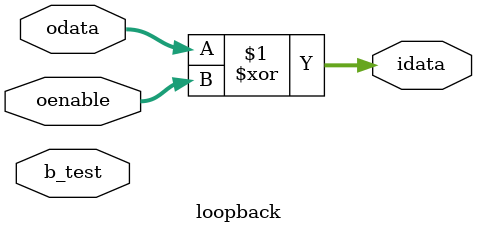
<source format=sv>
module loopback #(
  parameter pioWidth = 10
) (
  inout                       b_test,
  input        [pioWidth-1:0] odata,
  input        [pioWidth-1:0] oenable,
  output logic [pioWidth-1:0] idata
);

assign idata = odata ^ oenable;

endmodule

</source>
